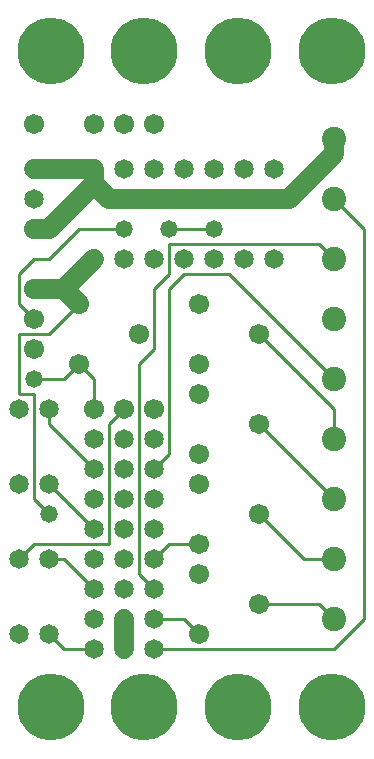
<source format=gbl>
%MOIN*%
%FSLAX25Y25*%
G04 D10 used for Character Trace; *
G04     Circle (OD=.01000) (No hole)*
G04 D11 used for Power Trace; *
G04     Circle (OD=.06700) (No hole)*
G04 D12 used for Signal Trace; *
G04     Circle (OD=.01100) (No hole)*
G04 D13 used for Via; *
G04     Circle (OD=.05800) (Round. Hole ID=.02800)*
G04 D14 used for Component hole; *
G04     Circle (OD=.06500) (Round. Hole ID=.03500)*
G04 D15 used for Component hole; *
G04     Circle (OD=.06700) (Round. Hole ID=.04300)*
G04 D16 used for Component hole; *
G04     Circle (OD=.08100) (Round. Hole ID=.05100)*
G04 D17 used for Component hole; *
G04     Circle (OD=.08900) (Round. Hole ID=.05900)*
G04 D18 used for Component hole; *
G04     Circle (OD=.11300) (Round. Hole ID=.08300)*
G04 D19 used for Component hole; *
G04     Circle (OD=.16000) (Round. Hole ID=.13000)*
G04 D20 used for Component hole; *
G04     Circle (OD=.18300) (Round. Hole ID=.15300)*
G04 D21 used for Component hole; *
G04     Circle (OD=.22291) (Round. Hole ID=.19291)*
%ADD10C,.01000*%
%ADD11C,.06700*%
%ADD12C,.01100*%
%ADD13C,.05800*%
%ADD14C,.06500*%
%ADD15C,.06700*%
%ADD16C,.08100*%
%ADD17C,.08900*%
%ADD18C,.11300*%
%ADD19C,.16000*%
%ADD20C,.18300*%
%ADD21C,.22291*%
%IPPOS*%
%LPD*%
G90*X0Y0D02*D21*X15625Y15625D03*D14*              
X30000Y35000D03*D12*X20000D01*X15000Y40000D01*D14*
D03*X5000D03*X30000Y55000D03*D12*X20000Y65000D01* 
X15000D01*D14*D03*D12*X5000D02*X10000Y70000D01*   
D14*X5000Y65000D03*D12*X10000Y70000D02*X35000D01* 
Y110000D01*X40000Y115000D01*D15*D03*D14*          
X50000Y105000D03*D12*X30000Y115000D02*Y125000D01* 
D15*Y115000D03*D14*X40000Y105000D03*D12*          
X10000Y125000D02*X20000D01*D13*X10000D03*D12*     
X5000Y120000D02*X10000D01*Y85000D01*              
X15000Y80000D01*D13*D03*D14*X5000Y90000D03*       
X15000D03*D12*X30000Y75000D01*D14*D03*            
X40000Y65000D03*Y85000D03*Y75000D03*              
X30000Y85000D03*Y65000D03*D12*X50000Y55000D02*    
X45000Y60000D01*D14*X50000Y55000D03*D12*          
X45000Y60000D02*Y130000D01*X50000Y135000D01*      
Y155000D01*X55000Y160000D01*Y170000D01*X105000D01*
X110000Y165000D01*D16*D03*D12*X120000Y45000D02*   
Y175000D01*X110000Y35000D02*X120000Y45000D01*     
X50000Y35000D02*X110000D01*D14*X50000D03*D12*     
X65000Y40000D02*X60000Y45000D01*D15*              
X65000Y40000D03*D12*X50000Y45000D02*X60000D01*D14*
X50000D03*X40000Y55000D03*Y35000D03*D11*Y45000D01*
D14*D03*X30000D03*X50000Y65000D03*D12*            
X55000Y70000D01*X65000D01*D15*D03*Y60000D03*D14*  
X50000Y85000D03*Y75000D03*D15*X85000Y50000D03*D12*
X105000D01*X110000Y45000D01*D16*D03*Y65000D03*D12*
X100000D01*X85000Y80000D01*D15*D03*               
X65000Y100000D03*Y90000D03*D16*X110000Y105000D03* 
D12*Y115000D01*X85000Y140000D01*D15*D03*          
X65000Y120000D03*Y150000D03*D12*X110000Y125000D02*
X75000Y160000D01*D16*X110000Y125000D03*Y145000D03*
D15*X85000Y110000D03*D12*X110000Y85000D01*D16*D03*
D15*X65000Y130000D03*D12*X50000Y95000D02*         
X55000Y100000D01*D14*X50000Y95000D03*D12*         
X55000Y100000D02*Y155000D01*X60000Y160000D01*     
X75000D01*D14*X80000Y165000D03*X70000D03*         
X60000D03*X90000D03*D13*X70000Y175000D03*D12*     
X55000D01*D13*D03*D14*X50000Y165000D03*D13*       
X40000Y175000D03*D12*X25000D01*X15000Y165000D01*  
X10000D01*X5000Y160000D01*Y150000D01*             
X10000Y145000D01*D15*D03*D12*X5000Y140000D02*     
X15000D01*X5000Y120000D02*Y140000D01*D14*         
Y115000D03*D12*X30000Y95000D02*X15000Y110000D01*  
D14*X30000Y95000D03*X40000D03*X30000Y105000D03*   
D12*X15000Y110000D02*Y115000D01*D14*D03*D12*      
X20000Y125000D02*X25000Y130000D01*D15*D03*D12*    
X30000Y125000D01*D15*X45000Y140000D03*D12*        
X15000D02*X25000Y150000D01*D15*D03*D11*           
X20000Y155000D01*X10000D01*D15*D03*D11*X20000D02* 
X30000Y165000D01*D14*D03*X40000D03*D11*           
X10000Y175000D02*X15000D01*D15*X10000D03*D11*     
X15000D02*X30000Y190000D01*X35000Y185000D01*      
X95000D01*X110000Y200000D01*Y205000D01*D16*D03*   
Y185000D03*D12*X120000Y175000D01*D14*             
X90000Y195000D03*X80000D03*X70000D03*X60000D03*   
D21*X109375Y234375D03*X78125D03*D15*              
X50000Y210000D03*D14*Y195000D03*D15*Y115000D03*   
D21*X46875Y234375D03*D15*X40000Y210000D03*D14*    
Y195000D03*D15*X30000Y210000D03*D14*Y195000D03*   
D11*Y190000D01*X10000Y195000D02*X30000D01*D14*    
X10000D03*Y185000D03*D15*Y210000D03*D21*          
X15625Y234375D03*D15*X10000Y135000D03*D21*        
X46875Y15625D03*X78125D03*X109375D03*M02*         

</source>
